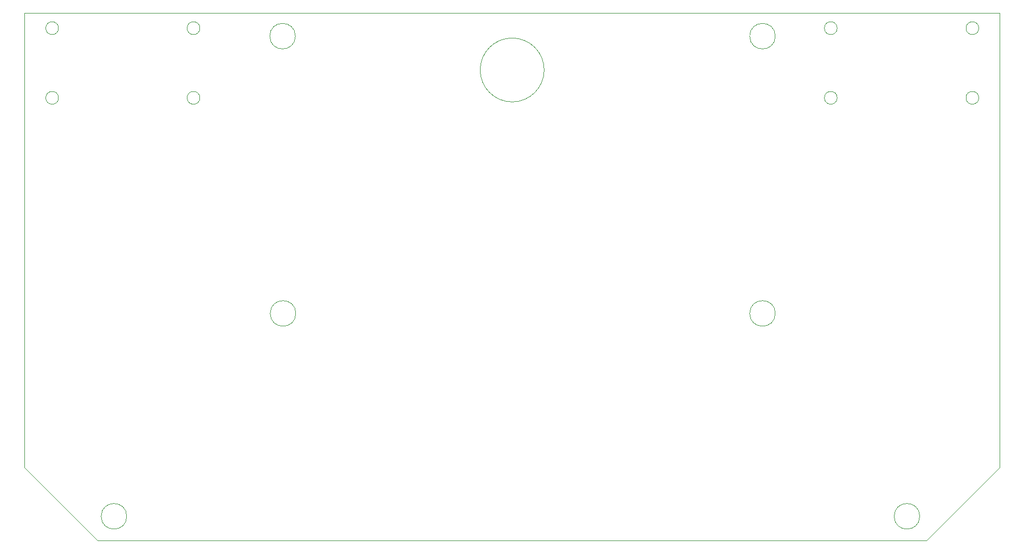
<source format=gbr>
G04 #@! TF.GenerationSoftware,KiCad,Pcbnew,5.1.6-c6e7f7d~86~ubuntu19.10.1*
G04 #@! TF.CreationDate,2020-06-13T17:36:59-04:00*
G04 #@! TF.ProjectId,Esp32Badge-v1,45737033-3242-4616-9467-652d76312e6b,2*
G04 #@! TF.SameCoordinates,Original*
G04 #@! TF.FileFunction,Profile,NP*
%FSLAX46Y46*%
G04 Gerber Fmt 4.6, Leading zero omitted, Abs format (unit mm)*
G04 Created by KiCad (PCBNEW 5.1.6-c6e7f7d~86~ubuntu19.10.1) date 2020-06-13 17:36:59*
%MOMM*%
%LPD*%
G01*
G04 APERTURE LIST*
G04 #@! TA.AperFunction,Profile*
%ADD10C,0.050000*%
G04 #@! TD*
G04 APERTURE END LIST*
D10*
X89630000Y-38650000D02*
G75*
G03*
X89630000Y-38650000I-1000000J0D01*
G01*
X89630000Y-27750000D02*
G75*
G03*
X89630000Y-27750000I-1000000J0D01*
G01*
X189220000Y-38650000D02*
G75*
G03*
X189220000Y-38650000I-1000000J0D01*
G01*
X189220000Y-27750000D02*
G75*
G03*
X189220000Y-27750000I-1000000J0D01*
G01*
X78200000Y-104140000D02*
G75*
G03*
X78200000Y-104140000I-2000000J0D01*
G01*
X202120000Y-104140000D02*
G75*
G03*
X202120000Y-104140000I-2000000J0D01*
G01*
X67540000Y-38650000D02*
G75*
G03*
X67540000Y-38650000I-1000000J0D01*
G01*
X67540000Y-27750000D02*
G75*
G03*
X67540000Y-27750000I-1000000J0D01*
G01*
X211350000Y-38650000D02*
G75*
G03*
X211350000Y-38650000I-1000000J0D01*
G01*
X211350000Y-27750000D02*
G75*
G03*
X211350000Y-27750000I-1000000J0D01*
G01*
X73660000Y-107950000D02*
X95250000Y-107950000D01*
X62230000Y-96520000D02*
X73660000Y-107950000D01*
X62230000Y-72390000D02*
X62230000Y-96520000D01*
X203200000Y-107950000D02*
X181610000Y-107950000D01*
X214630000Y-96520000D02*
X203200000Y-107950000D01*
X214630000Y-25400000D02*
X214630000Y-96520000D01*
X104550000Y-29000000D02*
G75*
G03*
X104550000Y-29000000I-2000000J0D01*
G01*
X179550000Y-29000000D02*
G75*
G03*
X179550000Y-29000000I-2000000J0D01*
G01*
X95250000Y-107950000D02*
X181610000Y-107950000D01*
X104620000Y-72390000D02*
G75*
G03*
X104620000Y-72390000I-2000000J0D01*
G01*
X179550000Y-72390000D02*
G75*
G03*
X179550000Y-72390000I-2000000J0D01*
G01*
X143430000Y-34290000D02*
G75*
G03*
X143430000Y-34290000I-5000000J0D01*
G01*
X62230000Y-25400000D02*
X62230000Y-72390000D01*
X62230000Y-25400000D02*
X63500000Y-25400000D01*
X63500000Y-25400000D02*
X214630000Y-25400000D01*
M02*

</source>
